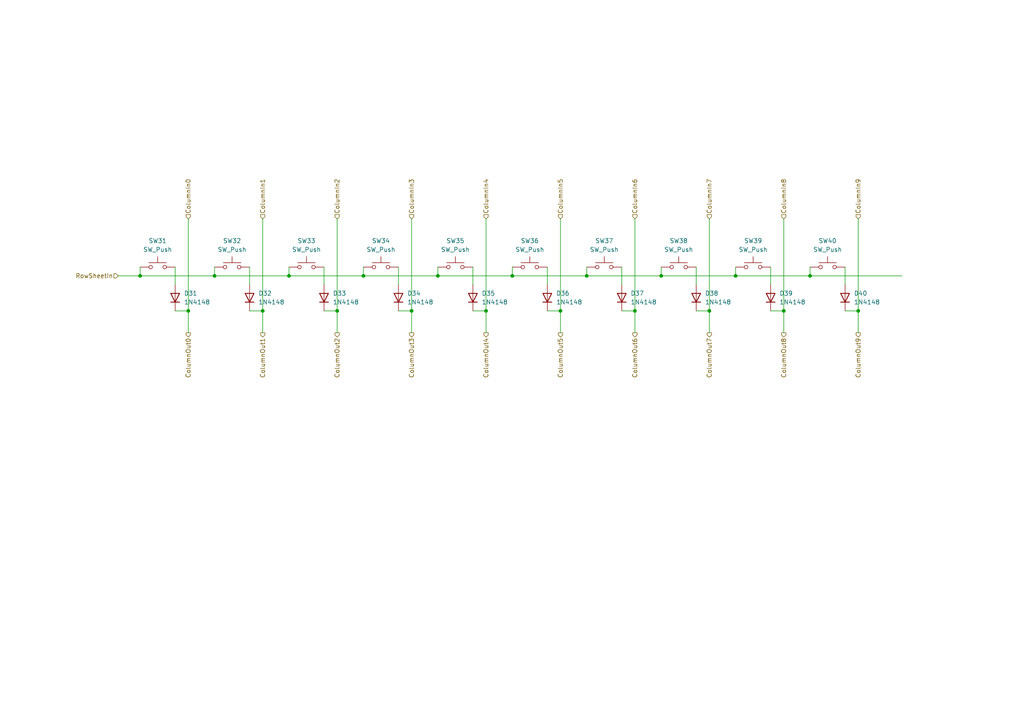
<source format=kicad_sch>
(kicad_sch (version 20211123) (generator eeschema)
  (paper "A4")
  (lib_symbols
    (symbol "Diode:1N4148" (pin_numbers hide) (pin_names (offset 1.016) hide)
      (property "Reference" "D" (at 0 2.54 0))
      (property "Value" "1N4148" (at 0 -2.54 0))
      (symbol "1N4148_0_1"
        (polyline (pts (xy -1.27 1.27) (xy -1.27 -1.27)) (stroke (width 0.254)))
        (polyline (pts (xy 1.27 0) (xy -1.27 0)))
        (polyline (pts (xy 1.27 1.27) (xy 1.27 -1.27) (xy -1.27 0) (xy 1.27 1.27)) (stroke (width 0.254)))
      )
      (symbol "1N4148_1_1"
        (pin passive line (at -3.81 0 0) (length 2.54) (name "K") (number "1"))
        (pin passive line (at 3.81 0 180) (length 2.54) (name "A") (number "2"))
      )
    )
    (symbol "Switch:SW_Push" (pin_numbers hide) (pin_names (offset 1.016) hide)
      (property "Reference" "SW" (at 1.27 2.54 0))
      (property "Value" "SW_Push" (at 0 -1.524 0))
      (symbol "SW_Push_0_1"
        (circle (center -2.032 0) (radius 0.508))
        (polyline (pts (xy 0 1.27) (xy 0 3.048)))
        (polyline (pts (xy 2.54 1.27) (xy -2.54 1.27)))
        (circle (center 2.032 0) (radius 0.508))
        (pin passive line (at -5.08 0 0) (length 2.54) (name "1") (number "1"))
        (pin passive line (at 5.08 0 180) (length 2.54) (name "2") (number "2"))
      )
    )
  )
  (junction (at 248.92 90.17))
  (junction (at 105.41 80.01))
  (junction (at 76.2 90.17))
  (junction (at 119.38 90.17))
  (junction (at 227.33 90.17))
  (junction (at 170.18 80.01))
  (junction (at 205.74 90.17))
  (junction (at 83.82 80.01))
  (junction (at 191.77 80.01))
  (junction (at 97.79 90.17))
  (junction (at 162.56 90.17))
  (junction (at 62.23 80.01))
  (junction (at 40.64 80.01))
  (junction (at 184.15 90.17))
  (junction (at 54.61 90.17))
  (junction (at 127 80.01))
  (junction (at 140.97 90.17))
  (junction (at 234.95 80.01))
  (junction (at 213.36 80.01))
  (junction (at 148.59 80.01))
  (wire (pts (xy 119.38 90.17) (xy 119.38 96.52)))
  (wire (pts (xy 93.98 90.17) (xy 97.79 90.17)))
  (wire (pts (xy 245.11 90.17) (xy 248.92 90.17)))
  (wire (pts (xy 127 80.01) (xy 148.59 80.01)))
  (wire (pts (xy 162.56 63.5) (xy 162.56 90.17)))
  (wire (pts (xy 40.64 80.01) (xy 62.23 80.01)))
  (wire (pts (xy 201.93 90.17) (xy 205.74 90.17)))
  (wire (pts (xy 184.15 90.17) (xy 184.15 96.52)))
  (wire (pts (xy 205.74 90.17) (xy 205.74 96.52)))
  (wire (pts (xy 191.77 80.01) (xy 213.36 80.01)))
  (wire (pts (xy 227.33 90.17) (xy 227.33 96.52)))
  (wire (pts (xy 158.75 77.47) (xy 158.75 82.55)))
  (wire (pts (xy 72.39 90.17) (xy 76.2 90.17)))
  (wire (pts (xy 93.98 77.47) (xy 93.98 82.55)))
  (wire (pts (xy 158.75 90.17) (xy 162.56 90.17)))
  (wire (pts (xy 184.15 63.5) (xy 184.15 90.17)))
  (wire (pts (xy 170.18 77.47) (xy 170.18 80.01)))
  (wire (pts (xy 245.11 77.47) (xy 245.11 82.55)))
  (wire (pts (xy 115.57 90.17) (xy 119.38 90.17)))
  (wire (pts (xy 83.82 80.01) (xy 105.41 80.01)))
  (wire (pts (xy 248.92 90.17) (xy 248.92 96.52)))
  (wire (pts (xy 72.39 77.47) (xy 72.39 82.55)))
  (wire (pts (xy 105.41 77.47) (xy 105.41 80.01)))
  (wire (pts (xy 137.16 90.17) (xy 140.97 90.17)))
  (wire (pts (xy 140.97 90.17) (xy 140.97 96.52)))
  (wire (pts (xy 162.56 90.17) (xy 162.56 96.52)))
  (wire (pts (xy 170.18 80.01) (xy 191.77 80.01)))
  (wire (pts (xy 34.29 80.01) (xy 40.64 80.01)))
  (wire (pts (xy 223.52 90.17) (xy 227.33 90.17)))
  (wire (pts (xy 50.8 90.17) (xy 54.61 90.17)))
  (wire (pts (xy 148.59 80.01) (xy 170.18 80.01)))
  (wire (pts (xy 205.74 63.5) (xy 205.74 90.17)))
  (wire (pts (xy 248.92 63.5) (xy 248.92 90.17)))
  (wire (pts (xy 54.61 90.17) (xy 54.61 96.52)))
  (wire (pts (xy 115.57 77.47) (xy 115.57 82.55)))
  (wire (pts (xy 83.82 77.47) (xy 83.82 80.01)))
  (wire (pts (xy 140.97 63.5) (xy 140.97 90.17)))
  (wire (pts (xy 201.93 77.47) (xy 201.93 82.55)))
  (wire (pts (xy 62.23 80.01) (xy 83.82 80.01)))
  (wire (pts (xy 97.79 63.5) (xy 97.79 90.17)))
  (wire (pts (xy 127 77.47) (xy 127 80.01)))
  (wire (pts (xy 40.64 77.47) (xy 40.64 80.01)))
  (wire (pts (xy 54.61 63.5) (xy 54.61 90.17)))
  (wire (pts (xy 105.41 80.01) (xy 127 80.01)))
  (wire (pts (xy 76.2 63.5) (xy 76.2 90.17)))
  (wire (pts (xy 137.16 77.47) (xy 137.16 82.55)))
  (wire (pts (xy 234.95 77.47) (xy 234.95 80.01)))
  (wire (pts (xy 213.36 80.01) (xy 234.95 80.01)))
  (wire (pts (xy 62.23 77.47) (xy 62.23 80.01)))
  (wire (pts (xy 97.79 90.17) (xy 97.79 96.52)))
  (wire (pts (xy 50.8 77.47) (xy 50.8 82.55)))
  (wire (pts (xy 213.36 77.47) (xy 213.36 80.01)))
  (wire (pts (xy 227.33 63.5) (xy 227.33 90.17)))
  (wire (pts (xy 119.38 63.5) (xy 119.38 90.17)))
  (wire (pts (xy 234.95 80.01) (xy 261.62 80.01)))
  (wire (pts (xy 180.34 77.47) (xy 180.34 82.55)))
  (wire (pts (xy 148.59 77.47) (xy 148.59 80.01)))
  (wire (pts (xy 76.2 90.17) (xy 76.2 96.52)))
  (wire (pts (xy 191.77 77.47) (xy 191.77 80.01)))
  (wire (pts (xy 180.34 90.17) (xy 184.15 90.17)))
  (wire (pts (xy 223.52 77.47) (xy 223.52 82.55)))
  (hierarchical_label "ColumnIn9" (shape input) (at 248.92 63.5 90))
  (hierarchical_label "ColumnOut2" (shape output) (at 97.79 96.52 270))
  (hierarchical_label "ColumnIn1" (shape input) (at 76.2 63.5 90))
  (hierarchical_label "RowSheetIn" (shape input) (at 34.29 80.01 180))
  (hierarchical_label "ColumnIn6" (shape input) (at 184.15 63.5 90))
  (hierarchical_label "ColumnOut9" (shape output) (at 248.92 96.52 270))
  (hierarchical_label "ColumnOut8" (shape output) (at 227.33 96.52 270))
  (hierarchical_label "ColumnOut5" (shape output) (at 162.56 96.52 270))
  (hierarchical_label "ColumnIn7" (shape input) (at 205.74 63.5 90))
  (hierarchical_label "ColumnIn0" (shape input) (at 54.61 63.5 90))
  (hierarchical_label "ColumnOut1" (shape output) (at 76.2 96.52 270))
  (hierarchical_label "ColumnOut3" (shape output) (at 119.38 96.52 270))
  (hierarchical_label "ColumnOut0" (shape output) (at 54.61 96.52 270))
  (hierarchical_label "ColumnIn8" (shape input) (at 227.33 63.5 90))
  (hierarchical_label "ColumnIn5" (shape input) (at 162.56 63.5 90))
  (hierarchical_label "ColumnOut7" (shape output) (at 205.74 96.52 270))
  (hierarchical_label "ColumnIn2" (shape input) (at 97.79 63.5 90))
  (hierarchical_label "ColumnIn4" (shape input) (at 140.97 63.5 90))
  (hierarchical_label "ColumnOut4" (shape output) (at 140.97 96.52 270))
  (hierarchical_label "ColumnIn3" (shape input) (at 119.38 63.5 90))
  (hierarchical_label "ColumnOut6" (shape output) (at 184.15 96.52 270))
  (symbol (lib_id "Diode:1N4148") (at 72.39 86.36 90)
    (property "Reference" "D32" (at 74.93 85.0899 90) (effects (justify right)))
    (property "Value" "1N4148" (at 74.93 87.6299 90) (effects (justify right)))
    (property "Footprint" "Diode_THT:D_DO-35_SOD27_P7.62mm_Horizontal" (effects hide))
    (property "Datasheet" "https://assets.nexperia.com/documents/data-sheet/1N4148_1N4448.pdf" (effects hide))
  )
  (symbol (lib_id "Switch:SW_Push") (at 218.44 77.47 0)
    (property "Reference" "SW39" (at 218.44 69.85 0))
    (property "Value" "SW_Push" (at 218.44 72.39 0))
    (property "Footprint" "Button_Switch_THT:SW_PUSH_6mm" (effects hide))
  )
  (symbol (lib_id "Diode:1N4148") (at 137.16 86.36 90)
    (property "Reference" "D35" (at 139.7 85.0899 90) (effects (justify right)))
    (property "Value" "1N4148" (at 139.7 87.6299 90) (effects (justify right)))
    (property "Footprint" "Diode_THT:D_DO-35_SOD27_P7.62mm_Horizontal" (effects hide))
    (property "Datasheet" "https://assets.nexperia.com/documents/data-sheet/1N4148_1N4448.pdf" (effects hide))
  )
  (symbol (lib_id "Switch:SW_Push") (at 175.26 77.47 0)
    (property "Reference" "SW37" (at 175.26 69.85 0))
    (property "Value" "SW_Push" (at 175.26 72.39 0))
    (property "Footprint" "Button_Switch_THT:SW_PUSH_6mm" (effects hide))
  )
  (symbol (lib_id "Diode:1N4148") (at 223.52 86.36 90)
    (property "Reference" "D39" (at 226.06 85.0899 90) (effects (justify right)))
    (property "Value" "1N4148" (at 226.06 87.6299 90) (effects (justify right)))
    (property "Footprint" "Diode_THT:D_DO-35_SOD27_P7.62mm_Horizontal" (effects hide))
    (property "Datasheet" "https://assets.nexperia.com/documents/data-sheet/1N4148_1N4448.pdf" (effects hide))
  )
  (symbol (lib_id "Switch:SW_Push") (at 110.49 77.47 0)
    (property "Reference" "SW34" (at 110.49 69.85 0))
    (property "Value" "SW_Push" (at 110.49 72.39 0))
    (property "Footprint" "Button_Switch_THT:SW_PUSH_6mm" (effects hide))
  )
  (symbol (lib_id "Switch:SW_Push") (at 153.67 77.47 0)
    (property "Reference" "SW36" (at 153.67 69.85 0))
    (property "Value" "SW_Push" (at 153.67 72.39 0))
    (property "Footprint" "Button_Switch_THT:SW_PUSH_6mm" (effects hide))
  )
  (symbol (lib_id "Diode:1N4148") (at 245.11 86.36 90)
    (property "Reference" "D40" (at 247.65 85.0899 90) (effects (justify right)))
    (property "Value" "1N4148" (at 247.65 87.6299 90) (effects (justify right)))
    (property "Footprint" "Diode_THT:D_DO-35_SOD27_P7.62mm_Horizontal" (effects hide))
    (property "Datasheet" "https://assets.nexperia.com/documents/data-sheet/1N4148_1N4448.pdf" (effects hide))
  )
  (symbol (lib_id "Switch:SW_Push") (at 240.03 77.47 0)
    (property "Reference" "SW40" (at 240.03 69.85 0))
    (property "Value" "SW_Push" (at 240.03 72.39 0))
    (property "Footprint" "Button_Switch_THT:SW_PUSH_6mm" (effects hide))
  )
  (symbol (lib_id "Switch:SW_Push") (at 196.85 77.47 0)
    (property "Reference" "SW38" (at 196.85 69.85 0))
    (property "Value" "SW_Push" (at 196.85 72.39 0))
    (property "Footprint" "Button_Switch_THT:SW_PUSH_6mm" (effects hide))
  )
  (symbol (lib_id "Diode:1N4148") (at 158.75 86.36 90)
    (property "Reference" "D36" (at 161.29 85.0899 90) (effects (justify right)))
    (property "Value" "1N4148" (at 161.29 87.6299 90) (effects (justify right)))
    (property "Footprint" "Diode_THT:D_DO-35_SOD27_P7.62mm_Horizontal" (effects hide))
    (property "Datasheet" "https://assets.nexperia.com/documents/data-sheet/1N4148_1N4448.pdf" (effects hide))
  )
  (symbol (lib_id "Diode:1N4148") (at 93.98 86.36 90)
    (property "Reference" "D33" (at 96.52 85.0899 90) (effects (justify right)))
    (property "Value" "1N4148" (at 96.52 87.6299 90) (effects (justify right)))
    (property "Footprint" "Diode_THT:D_DO-35_SOD27_P7.62mm_Horizontal" (effects hide))
    (property "Datasheet" "https://assets.nexperia.com/documents/data-sheet/1N4148_1N4448.pdf" (effects hide))
  )
  (symbol (lib_id "Switch:SW_Push") (at 67.31 77.47 0)
    (property "Reference" "SW32" (at 67.31 69.85 0))
    (property "Value" "SW_Push" (at 67.31 72.39 0))
    (property "Footprint" "Button_Switch_THT:SW_PUSH_6mm" (effects hide))
  )
  (symbol (lib_id "Diode:1N4148") (at 50.8 86.36 90)
    (property "Reference" "D31" (at 53.34 85.0899 90) (effects (justify right)))
    (property "Value" "1N4148" (at 53.34 87.6299 90) (effects (justify right)))
    (property "Footprint" "Diode_THT:D_DO-35_SOD27_P7.62mm_Horizontal" (effects hide))
    (property "Datasheet" "https://assets.nexperia.com/documents/data-sheet/1N4148_1N4448.pdf" (effects hide))
  )
  (symbol (lib_id "Switch:SW_Push") (at 88.9 77.47 0)
    (property "Reference" "SW33" (at 88.9 69.85 0))
    (property "Value" "SW_Push" (at 88.9 72.39 0))
    (property "Footprint" "Button_Switch_THT:SW_PUSH_6mm" (effects hide))
  )
  (symbol (lib_id "Diode:1N4148") (at 201.93 86.36 90)
    (property "Reference" "D38" (at 204.47 85.0899 90) (effects (justify right)))
    (property "Value" "1N4148" (at 204.47 87.6299 90) (effects (justify right)))
    (property "Footprint" "Diode_THT:D_DO-35_SOD27_P7.62mm_Horizontal" (effects hide))
    (property "Datasheet" "https://assets.nexperia.com/documents/data-sheet/1N4148_1N4448.pdf" (effects hide))
  )
  (symbol (lib_id "Diode:1N4148") (at 115.57 86.36 90)
    (property "Reference" "D34" (at 118.11 85.0899 90) (effects (justify right)))
    (property "Value" "1N4148" (at 118.11 87.6299 90) (effects (justify right)))
    (property "Footprint" "Diode_THT:D_DO-35_SOD27_P7.62mm_Horizontal" (effects hide))
    (property "Datasheet" "https://assets.nexperia.com/documents/data-sheet/1N4148_1N4448.pdf" (effects hide))
  )
  (symbol (lib_id "Switch:SW_Push") (at 132.08 77.47 0)
    (property "Reference" "SW35" (at 132.08 69.85 0))
    (property "Value" "SW_Push" (at 132.08 72.39 0))
    (property "Footprint" "Button_Switch_THT:SW_PUSH_6mm" (effects hide))
  )
  (symbol (lib_id "Diode:1N4148") (at 180.34 86.36 90)
    (property "Reference" "D37" (at 182.88 85.0899 90) (effects (justify right)))
    (property "Value" "1N4148" (at 182.88 87.6299 90) (effects (justify right)))
    (property "Footprint" "Diode_THT:D_DO-35_SOD27_P7.62mm_Horizontal" (effects hide))
    (property "Datasheet" "https://assets.nexperia.com/documents/data-sheet/1N4148_1N4448.pdf" (effects hide))
  )
  (symbol (lib_id "Switch:SW_Push") (at 45.72 77.47 0)
    (property "Reference" "SW31" (at 45.72 69.85 0))
    (property "Value" "SW_Push" (at 45.72 72.39 0))
    (property "Footprint" "Button_Switch_THT:SW_PUSH_6mm" (effects hide))
  )
)
</source>
